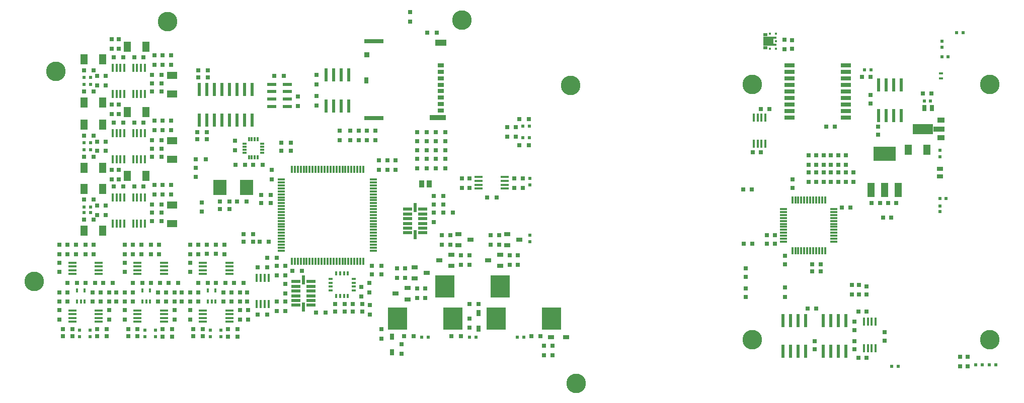
<source format=gbr>
G04 This is an RS-274x file exported by *
G04 gerbv version 2.5.0 *
G04 More information is available about gerbv at *
G04 http://gerbv.gpleda.org/ *
G04 --End of header info--*
%MOIN*%
%FSLAX23Y23*%
%IPPOS*%
G04 --Define apertures--*
%ADD10C,0.0039*%
%ADD11R,0.0472X0.0669*%
%ADD12R,0.0669X0.0472*%
%ADD13R,0.0197X0.0236*%
%ADD14R,0.0315X0.0315*%
%ADD15R,0.0236X0.0197*%
%ADD16R,0.0276X0.0394*%
%ADD17R,0.0394X0.0276*%
%ADD18R,0.0380X0.0500*%
%ADD19R,0.0551X0.0157*%
%ADD20R,0.0472X0.0118*%
%ADD21R,0.0118X0.0472*%
%ADD22R,0.0157X0.0315*%
%ADD23R,0.0608X0.0217*%
%ADD24R,0.0217X0.0608*%
%ADD25R,0.0591X0.0236*%
%ADD26R,0.0315X0.0118*%
%ADD27R,0.0118X0.0315*%
%ADD28R,0.0236X0.0866*%
%ADD29R,0.0157X0.0551*%
%ADD30R,0.1260X0.1457*%
%ADD31R,0.0394X0.0315*%
%ADD32R,0.0906X0.0984*%
%ADD33R,0.0433X0.0276*%
%ADD34R,0.0720X0.0449*%
%ADD35R,0.1102X0.0339*%
%ADD36R,0.1311X0.0276*%
%ADD37R,0.0366X0.0354*%
%ADD38R,0.0307X0.0413*%
%ADD39C,0.1299*%
%ADD40R,0.0315X0.0276*%
%ADD41R,0.0276X0.0315*%
%ADD42R,0.0236X0.0236*%
%ADD43R,0.0709X0.0276*%
%ADD44R,0.0709X0.0315*%
%ADD45R,0.0252X0.0402*%
%ADD46R,0.0402X0.0252*%
%ADD47R,0.0260X0.0142*%
%ADD48R,0.0512X0.0945*%
%ADD49R,0.1496X0.0945*%
%ADD50R,0.0748X0.0354*%
%ADD51R,0.0512X0.0354*%
%ADD52R,0.1378X0.0709*%
%ADD53R,0.0118X0.0118*%
%ADD54R,0.0236X0.0138*%
%ADD55R,0.0669X0.0630*%
%ADD56R,0.0138X0.0236*%
G04 --Start main section--*
G54D11*
G01X00496Y-0425D03*
G01X00618Y-0425D03*
G01X00906Y-0339D03*
G01X00783Y-0339D03*
G54D12*
G01X01079Y-0654D03*
G01X01079Y-0531D03*
G54D11*
G01X00496Y-0709D03*
G01X00618Y-0709D03*
G01X00496Y-0858D03*
G01X00618Y-0858D03*
G01X00906Y-0772D03*
G01X00783Y-0772D03*
G54D12*
G01X01079Y-1087D03*
G01X01079Y-0965D03*
G54D11*
G01X00496Y-1142D03*
G01X00618Y-1142D03*
G01X00496Y-1283D03*
G01X00618Y-1283D03*
G01X00906Y-1197D03*
G01X00783Y-1197D03*
G54D12*
G01X01079Y-1512D03*
G01X01079Y-1390D03*
G54D11*
G01X00496Y-1559D03*
G01X00618Y-1559D03*
G54D13*
G01X03449Y-1591D03*
G01X03449Y-1634D03*
G01X03449Y-1213D03*
G01X03449Y-1256D03*
G01X00465Y-2220D03*
G01X00465Y-2264D03*
G01X00535Y-2220D03*
G01X00535Y-2264D03*
G01X00898Y-2220D03*
G01X00898Y-2264D03*
G01X00969Y-2220D03*
G01X00969Y-2264D03*
G01X01331Y-2220D03*
G01X01331Y-2264D03*
G01X01402Y-2220D03*
G01X01402Y-2264D03*
G54D14*
G01X02825Y-1146D03*
G01X02890Y-1146D03*
G01X02825Y-1085D03*
G01X02890Y-1085D03*
G01X02825Y-1026D03*
G01X02890Y-1026D03*
G01X02825Y-0967D03*
G01X02890Y-0967D03*
G01X02825Y-0907D03*
G01X02890Y-0907D03*
G54D15*
G01X03402Y-0866D03*
G01X03445Y-0866D03*
G01X03402Y-0945D03*
G01X03445Y-0945D03*
G54D16*
G01X02535Y-2264D03*
G01X02535Y-2366D03*
G54D15*
G01X02732Y-2268D03*
G01X02776Y-2268D03*
G54D16*
G01X03110Y-2209D03*
G01X03110Y-2106D03*
G54D15*
G01X03047Y-2268D03*
G01X03091Y-2268D03*
G54D17*
G01X03587Y-2268D03*
G01X03689Y-2268D03*
G54D15*
G01X03409Y-2268D03*
G01X03366Y-2268D03*
G01X00496Y-0543D03*
G01X00539Y-0543D03*
G01X00496Y-0591D03*
G01X00539Y-0591D03*
G01X00496Y-0976D03*
G01X00539Y-0976D03*
G01X00496Y-1024D03*
G01X00539Y-1024D03*
G01X00496Y-1402D03*
G01X00539Y-1402D03*
G01X00496Y-1441D03*
G01X00539Y-1441D03*
G54D18*
G01X02781Y-1250D03*
G01X02731Y-1250D03*
G54D19*
G01X03110Y-1205D03*
G01X03110Y-1230D03*
G01X03110Y-1256D03*
G01X03110Y-1281D03*
G01X03283Y-1281D03*
G01X03283Y-1256D03*
G01X03283Y-1230D03*
G01X03283Y-1205D03*
G54D20*
G01X01803Y-1220D03*
G01X01803Y-1240D03*
G01X01803Y-1260D03*
G01X01803Y-1280D03*
G01X01803Y-1299D03*
G01X01803Y-1319D03*
G01X01803Y-1339D03*
G01X01803Y-1358D03*
G01X01803Y-1378D03*
G01X01803Y-1398D03*
G01X01803Y-1417D03*
G01X01803Y-1437D03*
G01X01803Y-1457D03*
G01X01803Y-1476D03*
G01X01803Y-1496D03*
G01X01803Y-1516D03*
G01X01803Y-1535D03*
G01X01803Y-1555D03*
G01X01803Y-1575D03*
G01X01803Y-1594D03*
G01X01803Y-1614D03*
G01X01803Y-1634D03*
G01X01803Y-1654D03*
G01X01803Y-1673D03*
G01X01803Y-1693D03*
G54D21*
G01X01872Y-1762D03*
G01X01892Y-1762D03*
G01X01911Y-1762D03*
G01X01931Y-1762D03*
G01X01951Y-1762D03*
G01X01970Y-1762D03*
G01X01990Y-1762D03*
G01X02010Y-1762D03*
G01X02030Y-1762D03*
G01X02049Y-1762D03*
G01X02069Y-1762D03*
G01X02089Y-1762D03*
G01X02108Y-1762D03*
G01X02128Y-1762D03*
G01X02148Y-1762D03*
G01X02167Y-1762D03*
G01X02187Y-1762D03*
G01X02207Y-1762D03*
G01X02226Y-1762D03*
G01X02246Y-1762D03*
G01X02266Y-1762D03*
G01X02285Y-1762D03*
G01X02305Y-1762D03*
G01X02325Y-1762D03*
G01X02344Y-1762D03*
G54D20*
G01X02413Y-1693D03*
G01X02413Y-1673D03*
G01X02413Y-1654D03*
G01X02413Y-1634D03*
G01X02413Y-1614D03*
G01X02413Y-1594D03*
G01X02413Y-1575D03*
G01X02413Y-1555D03*
G01X02413Y-1535D03*
G01X02413Y-1516D03*
G01X02413Y-1496D03*
G01X02413Y-1476D03*
G01X02413Y-1457D03*
G01X02413Y-1437D03*
G01X02413Y-1417D03*
G01X02413Y-1398D03*
G01X02413Y-1378D03*
G01X02413Y-1358D03*
G01X02413Y-1339D03*
G01X02413Y-1319D03*
G01X02413Y-1299D03*
G01X02413Y-1280D03*
G01X02413Y-1260D03*
G01X02413Y-1240D03*
G01X02413Y-1220D03*
G54D21*
G01X02344Y-1152D03*
G01X02325Y-1152D03*
G01X02305Y-1152D03*
G01X02285Y-1152D03*
G01X02266Y-1152D03*
G01X02246Y-1152D03*
G01X02226Y-1152D03*
G01X02207Y-1152D03*
G01X02187Y-1152D03*
G01X02167Y-1152D03*
G01X02148Y-1152D03*
G01X02128Y-1152D03*
G01X02108Y-1152D03*
G01X02089Y-1152D03*
G01X02069Y-1152D03*
G01X02049Y-1152D03*
G01X02030Y-1152D03*
G01X02010Y-1152D03*
G01X01990Y-1152D03*
G01X01970Y-1152D03*
G01X01951Y-1152D03*
G01X01931Y-1152D03*
G01X01911Y-1152D03*
G01X01892Y-1152D03*
G01X01872Y-1152D03*
G54D19*
G01X00591Y-2165D03*
G01X00591Y-2140D03*
G01X00591Y-2114D03*
G01X00591Y-2089D03*
G01X00417Y-2089D03*
G01X00417Y-2114D03*
G01X00417Y-2140D03*
G01X00417Y-2165D03*
G01X00417Y-1772D03*
G01X00417Y-1797D03*
G01X00417Y-1823D03*
G01X00417Y-1848D03*
G01X00591Y-1848D03*
G01X00591Y-1823D03*
G01X00591Y-1797D03*
G01X00591Y-1772D03*
G54D22*
G01X00449Y-2031D03*
G01X00474Y-2031D03*
G01X00500Y-2031D03*
G01X00449Y-1957D03*
G01X00500Y-1957D03*
G54D19*
G01X01024Y-2165D03*
G01X01024Y-2140D03*
G01X01024Y-2114D03*
G01X01024Y-2089D03*
G01X00850Y-2089D03*
G01X00850Y-2114D03*
G01X00850Y-2140D03*
G01X00850Y-2165D03*
G01X00850Y-1772D03*
G01X00850Y-1797D03*
G01X00850Y-1823D03*
G01X00850Y-1848D03*
G01X01024Y-1848D03*
G01X01024Y-1823D03*
G01X01024Y-1797D03*
G01X01024Y-1772D03*
G54D22*
G01X00882Y-2031D03*
G01X00907Y-2031D03*
G01X00933Y-2031D03*
G01X00882Y-1957D03*
G01X00933Y-1957D03*
G54D19*
G01X01457Y-2165D03*
G01X01457Y-2140D03*
G01X01457Y-2114D03*
G01X01457Y-2089D03*
G01X01283Y-2089D03*
G01X01283Y-2114D03*
G01X01283Y-2140D03*
G01X01283Y-2165D03*
G01X01283Y-1772D03*
G01X01283Y-1797D03*
G01X01283Y-1823D03*
G01X01283Y-1848D03*
G01X01457Y-1848D03*
G01X01457Y-1823D03*
G01X01457Y-1797D03*
G01X01457Y-1772D03*
G54D22*
G01X01315Y-2031D03*
G01X01341Y-2031D03*
G01X01366Y-2031D03*
G01X01315Y-1957D03*
G01X01366Y-1957D03*
G54D23*
G01X01898Y-1898D03*
G01X01898Y-1929D03*
G01X01898Y-1961D03*
G01X01898Y-1992D03*
G01X01898Y-2024D03*
G01X01898Y-2055D03*
G01X02000Y-2055D03*
G01X02000Y-2024D03*
G01X02000Y-1992D03*
G01X02000Y-1961D03*
G01X02000Y-1929D03*
G01X02000Y-1898D03*
G54D24*
G01X01949Y-1886D03*
G01X01949Y-2067D03*
G54D23*
G01X02740Y-1575D03*
G01X02740Y-1543D03*
G01X02740Y-1512D03*
G01X02740Y-1480D03*
G01X02740Y-1449D03*
G01X02740Y-1417D03*
G01X02638Y-1417D03*
G01X02638Y-1449D03*
G01X02638Y-1480D03*
G01X02638Y-1512D03*
G01X02638Y-1543D03*
G01X02638Y-1575D03*
G54D24*
G01X02689Y-1587D03*
G01X02689Y-1406D03*
G54D25*
G01X01843Y-0736D03*
G01X01843Y-0687D03*
G01X01843Y-0638D03*
G01X01740Y-0638D03*
G01X01740Y-0687D03*
G01X01740Y-0736D03*
G01X01843Y-0589D03*
G01X01740Y-0589D03*
G54D26*
G01X02281Y-1957D03*
G01X02281Y-1931D03*
G01X02281Y-1906D03*
G01X02281Y-1880D03*
G54D27*
G01X02243Y-1842D03*
G01X02218Y-1842D03*
G01X02192Y-1842D03*
G01X02166Y-1842D03*
G54D26*
G01X02128Y-1880D03*
G01X02128Y-1906D03*
G01X02128Y-1931D03*
G01X02128Y-1957D03*
G54D27*
G01X02166Y-1995D03*
G01X02192Y-1995D03*
G01X02218Y-1995D03*
G01X02243Y-1995D03*
G54D28*
G01X01260Y-0827D03*
G01X01310Y-0827D03*
G01X01360Y-0827D03*
G01X01410Y-0827D03*
G01X01410Y-0622D03*
G01X01360Y-0622D03*
G01X01310Y-0622D03*
G01X01260Y-0622D03*
G01X01460Y-0827D03*
G01X01510Y-0827D03*
G01X01560Y-0827D03*
G01X01610Y-0827D03*
G01X01460Y-0622D03*
G01X01510Y-0622D03*
G01X01560Y-0622D03*
G01X01610Y-0622D03*
G01X02100Y-0732D03*
G01X02150Y-0732D03*
G01X02200Y-0732D03*
G01X02250Y-0732D03*
G01X02250Y-0527D03*
G01X02200Y-0527D03*
G01X02150Y-0527D03*
G01X02100Y-0527D03*
G54D29*
G01X00685Y-0654D03*
G01X00711Y-0654D03*
G01X00736Y-0654D03*
G01X00762Y-0654D03*
G01X00762Y-0480D03*
G01X00736Y-0480D03*
G01X00711Y-0480D03*
G01X00685Y-0480D03*
G01X00898Y-0480D03*
G01X00872Y-0480D03*
G01X00846Y-0480D03*
G01X00821Y-0480D03*
G01X00821Y-0654D03*
G01X00846Y-0654D03*
G01X00872Y-0654D03*
G01X00898Y-0654D03*
G01X00685Y-1087D03*
G01X00711Y-1087D03*
G01X00736Y-1087D03*
G01X00762Y-1087D03*
G01X00762Y-0913D03*
G01X00736Y-0913D03*
G01X00711Y-0913D03*
G01X00685Y-0913D03*
G01X00898Y-0913D03*
G01X00872Y-0913D03*
G01X00846Y-0913D03*
G01X00821Y-0913D03*
G01X00821Y-1087D03*
G01X00846Y-1087D03*
G01X00872Y-1087D03*
G01X00898Y-1087D03*
G01X00685Y-1512D03*
G01X00711Y-1512D03*
G01X00736Y-1512D03*
G01X00762Y-1512D03*
G01X00762Y-1339D03*
G01X00736Y-1339D03*
G01X00711Y-1339D03*
G01X00685Y-1339D03*
G01X00898Y-1339D03*
G01X00872Y-1339D03*
G01X00846Y-1339D03*
G01X00821Y-1339D03*
G01X00821Y-1512D03*
G01X00846Y-1512D03*
G01X00872Y-1512D03*
G01X00898Y-1512D03*
G54D14*
G01X01772Y-1858D03*
G01X01772Y-1795D03*
G01X01827Y-1795D03*
G01X01827Y-1858D03*
G01X02370Y-0898D03*
G01X02370Y-0961D03*
G01X02425Y-0898D03*
G01X02425Y-0961D03*
G01X02315Y-0898D03*
G01X02315Y-0961D03*
G01X02260Y-0898D03*
G01X02260Y-0961D03*
G01X02189Y-0898D03*
G01X02189Y-0961D03*
G01X01394Y-1417D03*
G01X01457Y-1417D03*
G01X00646Y-2260D03*
G01X00583Y-2260D03*
G01X00606Y-1969D03*
G01X00606Y-2031D03*
G01X00661Y-2150D03*
G01X00661Y-2087D03*
G01X00331Y-2087D03*
G01X00331Y-2150D03*
G01X00386Y-1969D03*
G01X00386Y-2031D03*
G01X00331Y-1772D03*
G01X00331Y-1835D03*
G01X00386Y-1654D03*
G01X00386Y-1717D03*
G01X00551Y-2031D03*
G01X00551Y-1969D03*
G01X01079Y-2264D03*
G01X01016Y-2264D03*
G01X01039Y-1969D03*
G01X01039Y-2031D03*
G01X01094Y-2150D03*
G01X01094Y-2087D03*
G01X00764Y-2087D03*
G01X00764Y-2150D03*
G01X00819Y-1969D03*
G01X00819Y-2031D03*
G01X00764Y-1772D03*
G01X00764Y-1835D03*
G01X00819Y-1654D03*
G01X00819Y-1717D03*
G01X00984Y-2031D03*
G01X00984Y-1969D03*
G01X01512Y-2264D03*
G01X01449Y-2264D03*
G01X01472Y-1969D03*
G01X01472Y-2031D03*
G01X01528Y-2150D03*
G01X01528Y-2087D03*
G01X01197Y-2087D03*
G01X01197Y-2150D03*
G01X01252Y-1969D03*
G01X01252Y-2031D03*
G01X01197Y-1772D03*
G01X01197Y-1835D03*
G01X01252Y-1654D03*
G01X01252Y-1717D03*
G01X01417Y-2031D03*
G01X01417Y-1969D03*
G01X02094Y-2102D03*
G01X02031Y-2102D03*
G01X02874Y-1331D03*
G01X02811Y-1331D03*
G01X02386Y-1969D03*
G01X02386Y-1906D03*
G01X01866Y-1031D03*
G01X01803Y-1031D03*
G01X02333Y-1996D03*
G01X02333Y-1933D03*
G01X01866Y-0976D03*
G01X01803Y-0976D03*
G01X01817Y-0533D03*
G01X01754Y-0533D03*
G01X02390Y-2053D03*
G01X02390Y-2116D03*
G01X02766Y-1146D03*
G01X02703Y-1146D03*
G01X02766Y-1085D03*
G01X02703Y-1085D03*
G01X02766Y-1026D03*
G01X02703Y-1026D03*
G01X02766Y-0967D03*
G01X02703Y-0967D03*
G01X02766Y-0907D03*
G01X02703Y-0907D03*
G01X03354Y-0874D03*
G01X03354Y-0937D03*
G01X03299Y-0874D03*
G01X03299Y-0937D03*
G01X02701Y-2008D03*
G01X02701Y-1945D03*
G01X02567Y-1811D03*
G01X02567Y-1874D03*
G01X02756Y-2008D03*
G01X02756Y-1945D03*
G01X02622Y-1811D03*
G01X02622Y-1874D03*
G54D30*
G01X02937Y-2142D03*
G01X02571Y-2142D03*
G54D14*
G01X02677Y-2260D03*
G01X02614Y-2260D03*
G01X02598Y-2315D03*
G01X02598Y-2378D03*
G01X02992Y-1787D03*
G01X02992Y-1724D03*
G01X02866Y-1591D03*
G01X02866Y-1654D03*
G01X03047Y-1787D03*
G01X03047Y-1724D03*
G01X02921Y-1591D03*
G01X02921Y-1654D03*
G54D30*
G01X03252Y-1929D03*
G01X02886Y-1929D03*
G54D14*
G01X02992Y-2260D03*
G01X02929Y-2260D03*
G01X03047Y-2205D03*
G01X03047Y-2142D03*
G01X03315Y-1787D03*
G01X03315Y-1724D03*
G01X03189Y-1591D03*
G01X03189Y-1654D03*
G01X03370Y-1787D03*
G01X03370Y-1724D03*
G01X03244Y-1591D03*
G01X03244Y-1654D03*
G54D30*
G01X03591Y-2142D03*
G01X03224Y-2142D03*
G54D14*
G01X03457Y-2260D03*
G01X03520Y-2260D03*
G01X03543Y-2323D03*
G01X03543Y-2386D03*
G01X00559Y-0496D03*
G01X00496Y-0496D03*
G01X00756Y-0409D03*
G01X00693Y-0409D03*
G01X00890Y-0409D03*
G01X00827Y-0409D03*
G01X01008Y-0528D03*
G01X00945Y-0528D03*
G01X00945Y-0583D03*
G01X01008Y-0583D03*
G01X00559Y-0638D03*
G01X00496Y-0638D03*
G01X00638Y-0598D03*
G01X00638Y-0535D03*
G01X00559Y-0929D03*
G01X00496Y-0929D03*
G01X00756Y-0843D03*
G01X00693Y-0843D03*
G01X00890Y-0843D03*
G01X00827Y-0843D03*
G01X01008Y-0961D03*
G01X00945Y-0961D03*
G01X00945Y-1016D03*
G01X01008Y-1016D03*
G01X00559Y-1071D03*
G01X00496Y-1071D03*
G01X00638Y-1031D03*
G01X00638Y-0969D03*
G01X00559Y-1354D03*
G01X00496Y-1354D03*
G01X00756Y-1268D03*
G01X00693Y-1268D03*
G01X00890Y-1268D03*
G01X00827Y-1268D03*
G01X01008Y-1386D03*
G01X00945Y-1386D03*
G01X00945Y-1441D03*
G01X01008Y-1441D03*
G01X00559Y-1488D03*
G01X00496Y-1488D03*
G01X00638Y-1457D03*
G01X00638Y-1394D03*
G54D27*
G01X01646Y-0955D03*
G01X01626Y-0955D03*
G01X01606Y-0955D03*
G01X01587Y-0955D03*
G54D26*
G01X01557Y-0984D03*
G01X01557Y-1004D03*
G01X01557Y-1024D03*
G01X01557Y-1043D03*
G54D27*
G01X01587Y-1073D03*
G01X01606Y-1073D03*
G01X01626Y-1073D03*
G01X01646Y-1073D03*
G54D26*
G01X01675Y-1043D03*
G01X01675Y-1024D03*
G01X01675Y-1004D03*
G01X01675Y-0984D03*
G54D14*
G01X00945Y-1496D03*
G01X01008Y-1496D03*
G01X00961Y-1256D03*
G01X00961Y-1319D03*
G01X00583Y-1394D03*
G01X00583Y-1457D03*
G01X01071Y-1319D03*
G01X01071Y-1256D03*
G01X01016Y-1319D03*
G01X01016Y-1256D03*
G01X00677Y-1220D03*
G01X00677Y-1157D03*
G01X00724Y-1220D03*
G01X00724Y-1157D03*
G01X00945Y-1071D03*
G01X01008Y-1071D03*
G01X00961Y-0831D03*
G01X00961Y-0894D03*
G01X00583Y-0969D03*
G01X00583Y-1031D03*
G01X01071Y-0894D03*
G01X01071Y-0831D03*
G01X01016Y-0894D03*
G01X01016Y-0831D03*
G01X00677Y-0787D03*
G01X00677Y-0724D03*
G01X00724Y-0787D03*
G01X00724Y-0724D03*
G01X00945Y-0638D03*
G01X01008Y-0638D03*
G01X00961Y-0398D03*
G01X00961Y-0461D03*
G01X00583Y-0535D03*
G01X00583Y-0598D03*
G01X01071Y-0461D03*
G01X01071Y-0398D03*
G01X01016Y-0461D03*
G01X01016Y-0398D03*
G01X00677Y-0354D03*
G01X00677Y-0291D03*
G01X00724Y-0354D03*
G01X00724Y-0291D03*
G01X03598Y-2386D03*
G01X03598Y-2323D03*
G01X03047Y-2047D03*
G01X03110Y-2047D03*
G01X02465Y-2276D03*
G01X02465Y-2213D03*
G01X02035Y-0591D03*
G01X02035Y-0528D03*
G01X03441Y-0992D03*
G01X03378Y-0992D03*
G01X02035Y-0667D03*
G01X02035Y-0730D03*
G01X03378Y-0819D03*
G01X03441Y-0819D03*
G01X01252Y-0543D03*
G01X01315Y-0543D03*
G01X01307Y-0906D03*
G01X01244Y-0906D03*
G01X01252Y-0496D03*
G01X01315Y-0496D03*
G01X01307Y-0953D03*
G01X01244Y-0953D03*
G01X01677Y-1122D03*
G01X01614Y-1122D03*
G01X02337Y-2047D03*
G01X02274Y-2047D03*
G01X01500Y-1122D03*
G01X01563Y-1122D03*
G01X02337Y-2098D03*
G01X02274Y-2098D03*
G01X02222Y-2047D03*
G01X02159Y-2047D03*
G01X02222Y-2098D03*
G01X02159Y-2098D03*
G01X01496Y-0965D03*
G01X01496Y-1028D03*
G01X01911Y-0732D03*
G01X01911Y-0669D03*
G01X02874Y-1441D03*
G01X02937Y-1441D03*
G01X02811Y-1386D03*
G01X02874Y-1386D03*
G01X02811Y-1504D03*
G01X02811Y-1441D03*
G01X01772Y-2094D03*
G01X01772Y-2031D03*
G01X01827Y-2094D03*
G01X01827Y-2031D03*
G01X01827Y-1913D03*
G01X01827Y-1976D03*
G01X01370Y-1713D03*
G01X01307Y-1713D03*
G01X01425Y-1717D03*
G01X01425Y-1654D03*
G01X01433Y-1906D03*
G01X01370Y-1906D03*
G01X01220Y-2213D03*
G01X01283Y-2213D03*
G01X01528Y-2031D03*
G01X01528Y-1969D03*
G01X01307Y-1654D03*
G01X01370Y-1654D03*
G01X01252Y-1906D03*
G01X01315Y-1906D03*
G01X01488Y-1906D03*
G01X01551Y-1906D03*
G01X01283Y-2260D03*
G01X01220Y-2260D03*
G01X01575Y-1969D03*
G01X01575Y-2031D03*
G01X01197Y-1654D03*
G01X01197Y-1717D03*
G01X01197Y-1969D03*
G01X01197Y-2031D03*
G01X01512Y-2213D03*
G01X01449Y-2213D03*
G01X00937Y-1717D03*
G01X00874Y-1717D03*
G01X00992Y-1717D03*
G01X00992Y-1654D03*
G01X01000Y-1906D03*
G01X00937Y-1906D03*
G01X00787Y-2213D03*
G01X00850Y-2213D03*
G01X01094Y-2031D03*
G01X01094Y-1969D03*
G01X00874Y-1654D03*
G01X00937Y-1654D03*
G01X00819Y-1906D03*
G01X00882Y-1906D03*
G01X01055Y-1906D03*
G01X01118Y-1906D03*
G01X00850Y-2260D03*
G01X00787Y-2260D03*
G01X01142Y-1969D03*
G01X01142Y-2031D03*
G01X00764Y-1654D03*
G01X00764Y-1717D03*
G01X00764Y-1969D03*
G01X00764Y-2031D03*
G01X01079Y-2213D03*
G01X01016Y-2213D03*
G01X00504Y-1717D03*
G01X00441Y-1717D03*
G01X00559Y-1717D03*
G01X00559Y-1654D03*
G01X00567Y-1906D03*
G01X00504Y-1906D03*
G01X00354Y-2213D03*
G01X00417Y-2213D03*
G01X00661Y-2031D03*
G01X00661Y-1969D03*
G01X00441Y-1654D03*
G01X00504Y-1654D03*
G01X00386Y-1906D03*
G01X00449Y-1906D03*
G01X00622Y-1906D03*
G01X00685Y-1906D03*
G01X00417Y-2260D03*
G01X00354Y-2260D03*
G01X00709Y-1969D03*
G01X00709Y-2031D03*
G01X00331Y-1654D03*
G01X00331Y-1717D03*
G01X00331Y-1969D03*
G01X00331Y-2031D03*
G01X00646Y-2213D03*
G01X00583Y-2213D03*
G01X01394Y-1366D03*
G01X01457Y-1366D03*
G01X01276Y-1372D03*
G01X01276Y-1435D03*
G01X01571Y-1366D03*
G01X01508Y-1366D03*
G01X02559Y-1157D03*
G01X02559Y-1094D03*
G01X02402Y-1850D03*
G01X02465Y-1850D03*
G01X01720Y-1634D03*
G01X01657Y-1634D03*
G01X01614Y-1634D03*
G01X01551Y-1634D03*
G01X01740Y-1157D03*
G01X01740Y-1220D03*
G01X01937Y-1827D03*
G01X01874Y-1827D03*
G01X02402Y-1795D03*
G01X02465Y-1795D03*
G01X01614Y-1583D03*
G01X01551Y-1583D03*
G01X01732Y-1323D03*
G01X01669Y-1323D03*
G01X01732Y-1378D03*
G01X01669Y-1378D03*
G01X02447Y-1157D03*
G01X02447Y-1094D03*
G01X02504Y-1157D03*
G01X02504Y-1094D03*
G01X02768Y-0248D03*
G01X02831Y-0248D03*
G01X03000Y-1213D03*
G01X03000Y-1276D03*
G01X03047Y-1213D03*
G01X03047Y-1276D03*
G01X03165Y-1339D03*
G01X03228Y-1339D03*
G01X03346Y-1213D03*
G01X03346Y-1276D03*
G01X02654Y-0110D03*
G01X02654Y-0173D03*
G01X03402Y-1213D03*
G01X03402Y-1276D03*
G01X01709Y-1740D03*
G01X01772Y-1740D03*
G54D31*
G01X02638Y-2016D03*
G01X02638Y-1941D03*
G01X02559Y-1978D03*
G01X02685Y-1803D03*
G01X02685Y-1878D03*
G01X02764Y-1841D03*
G01X02929Y-1795D03*
G01X02929Y-1720D03*
G01X02850Y-1758D03*
G01X02976Y-1583D03*
G01X02976Y-1657D03*
G01X03055Y-1620D03*
G01X03252Y-1795D03*
G01X03252Y-1720D03*
G01X03173Y-1758D03*
G01X03299Y-1583D03*
G01X03299Y-1657D03*
G01X03378Y-1620D03*
G54D14*
G01X01709Y-2118D03*
G01X01646Y-2118D03*
G01X01583Y-2150D03*
G01X01583Y-2087D03*
G01X01646Y-1803D03*
G01X01709Y-1803D03*
G54D29*
G01X01717Y-1874D03*
G01X01691Y-1874D03*
G01X01665Y-1874D03*
G01X01640Y-1874D03*
G01X01640Y-2047D03*
G01X01665Y-2047D03*
G01X01691Y-2047D03*
G01X01717Y-2047D03*
G54D32*
G01X01571Y-1272D03*
G01X01394Y-1272D03*
G54D33*
G01X02858Y-0465D03*
G01X02858Y-0508D03*
G01X02858Y-0551D03*
G01X02858Y-0594D03*
G01X02858Y-0634D03*
G01X02858Y-0677D03*
G01X02858Y-0720D03*
G01X02858Y-0764D03*
G54D34*
G01X02858Y-0312D03*
G54D35*
G01X02839Y-0810D03*
G54D36*
G01X02415Y-0813D03*
G01X02415Y-0303D03*
G54D37*
G01X02368Y-0394D03*
G54D38*
G01X02365Y-0562D03*
G54D14*
G01X01236Y-1087D03*
G01X01301Y-1087D03*
G01X01236Y-1142D03*
G01X01236Y-1205D03*
G54D39*
G01X00307Y-0504D03*
G01X03717Y-0598D03*
G01X03756Y-2575D03*
G01X03000Y-0165D03*
G01X01047Y-0173D03*
G01X00165Y-1898D03*
G01X04724Y00000D02*
G54D40*
G01X05335Y-2293D03*
G01X05335Y-2348D03*
G01X05600Y-2293D03*
G01X05600Y-2348D03*
G01X05705Y-0717D03*
G01X05705Y-0661D03*
G54D41*
G01X05650Y-0541D03*
G01X05705Y-0541D03*
G01X05344Y-2077D03*
G01X05289Y-2077D03*
G54D40*
G01X05600Y-2165D03*
G01X05600Y-2220D03*
G54D41*
G01X05679Y-2402D03*
G01X05624Y-2402D03*
G01X05679Y-2096D03*
G01X05624Y-2096D03*
G01X05876Y-1378D03*
G01X05821Y-1378D03*
G01X05768Y-1378D03*
G01X05713Y-1378D03*
G54D40*
G01X05756Y-0870D03*
G01X05756Y-0925D03*
G01X05797Y-2234D03*
G01X05797Y-2289D03*
G01X05679Y-1929D03*
G01X05679Y-1984D03*
G54D41*
G01X04917Y-1287D03*
G01X04862Y-1287D03*
G01X05787Y-1472D03*
G01X05843Y-1472D03*
G54D42*
G01X06063Y-0699D03*
G01X06102Y-0699D03*
G54D41*
G01X06053Y-0650D03*
G01X06108Y-0650D03*
G54D11*
G01X05955Y-1024D03*
G01X06077Y-1024D03*
G54D42*
G01X06164Y-1396D03*
G01X06164Y-1435D03*
G01X06177Y-0344D03*
G01X06177Y-0305D03*
G01X06205Y-1346D03*
G01X06165Y-1346D03*
G01X06217Y-0407D03*
G01X06177Y-0407D03*
G54D40*
G01X05020Y-1646D03*
G01X05020Y-1591D03*
G01X05138Y-1728D03*
G01X05138Y-1783D03*
G01X05071Y-1646D03*
G01X05071Y-1591D03*
G54D41*
G01X05516Y-1406D03*
G01X05571Y-1406D03*
G54D40*
G01X05189Y-1276D03*
G01X05189Y-1220D03*
G54D41*
G01X05374Y-1831D03*
G01X05319Y-1831D03*
G01X05374Y-1783D03*
G01X05319Y-1783D03*
G01X05413Y-0870D03*
G01X05469Y-0870D03*
G54D40*
G01X05185Y-0352D03*
G01X05185Y-0297D03*
G54D41*
G01X05035Y-0752D03*
G01X04980Y-0752D03*
G01X04980Y-1039D03*
G01X04925Y-1039D03*
G01X04921Y-1646D03*
G01X04866Y-1646D03*
G54D40*
G01X04878Y-1811D03*
G01X04878Y-1866D03*
G01X04878Y-2000D03*
G01X04878Y-1945D03*
G54D14*
G01X05492Y-1124D03*
G01X05492Y-1059D03*
G01X05541Y-1124D03*
G01X05541Y-1059D03*
G01X05443Y-1124D03*
G01X05443Y-1059D03*
G01X05346Y-1124D03*
G01X05346Y-1059D03*
G01X05394Y-1124D03*
G01X05394Y-1059D03*
G01X05295Y-1124D03*
G01X05295Y-1059D03*
G54D29*
G01X05738Y-2165D03*
G01X05713Y-2165D03*
G01X05687Y-2165D03*
G01X05661Y-2165D03*
G01X05661Y-2339D03*
G01X05687Y-2339D03*
G01X05713Y-2339D03*
G01X05738Y-2339D03*
G54D28*
G01X05541Y-2156D03*
G01X05491Y-2156D03*
G01X05441Y-2156D03*
G01X05391Y-2156D03*
G01X05391Y-2361D03*
G01X05441Y-2361D03*
G01X05491Y-2361D03*
G01X05541Y-2361D03*
G01X05276Y-2156D03*
G01X05226Y-2156D03*
G01X05176Y-2156D03*
G01X05126Y-2156D03*
G01X05126Y-2361D03*
G01X05176Y-2361D03*
G01X05226Y-2361D03*
G01X05276Y-2361D03*
G01X05758Y-0797D03*
G01X05808Y-0797D03*
G01X05858Y-0797D03*
G01X05908Y-0797D03*
G01X05908Y-0592D03*
G01X05858Y-0592D03*
G01X05808Y-0592D03*
G01X05758Y-0592D03*
G54D43*
G01X05167Y-0463D03*
G54D44*
G01X05167Y-0506D03*
G01X05167Y-0549D03*
G01X05167Y-0593D03*
G01X05167Y-0636D03*
G01X05167Y-0679D03*
G01X05167Y-0722D03*
G01X05167Y-0766D03*
G54D43*
G01X05167Y-0809D03*
G01X05541Y-0463D03*
G01X05541Y-0809D03*
G54D44*
G01X05541Y-0506D03*
G01X05541Y-0549D03*
G01X05541Y-0593D03*
G01X05541Y-0636D03*
G01X05541Y-0679D03*
G01X05541Y-0722D03*
G01X05541Y-0766D03*
G54D21*
G01X05187Y-1693D03*
G01X05207Y-1693D03*
G01X05226Y-1693D03*
G01X05246Y-1693D03*
G01X05266Y-1693D03*
G01X05285Y-1693D03*
G01X05305Y-1693D03*
G01X05325Y-1693D03*
G01X05344Y-1693D03*
G01X05364Y-1693D03*
G01X05384Y-1693D03*
G01X05404Y-1693D03*
G54D20*
G01X05463Y-1634D03*
G01X05463Y-1614D03*
G01X05463Y-1594D03*
G01X05463Y-1575D03*
G01X05463Y-1555D03*
G01X05463Y-1535D03*
G01X05463Y-1516D03*
G01X05463Y-1496D03*
G01X05463Y-1476D03*
G01X05463Y-1457D03*
G01X05463Y-1437D03*
G01X05463Y-1417D03*
G54D21*
G01X05404Y-1358D03*
G01X05384Y-1358D03*
G01X05364Y-1358D03*
G01X05344Y-1358D03*
G01X05325Y-1358D03*
G01X05305Y-1358D03*
G01X05285Y-1358D03*
G01X05266Y-1358D03*
G01X05246Y-1358D03*
G01X05226Y-1358D03*
G01X05207Y-1358D03*
G01X05187Y-1358D03*
G54D20*
G01X05128Y-1417D03*
G01X05128Y-1437D03*
G01X05128Y-1457D03*
G01X05128Y-1476D03*
G01X05128Y-1496D03*
G01X05128Y-1516D03*
G01X05128Y-1535D03*
G01X05128Y-1555D03*
G01X05128Y-1575D03*
G01X05128Y-1594D03*
G01X05128Y-1614D03*
G01X05128Y-1634D03*
G54D29*
G01X05008Y-0811D03*
G01X04982Y-0811D03*
G01X04957Y-0811D03*
G01X04931Y-0811D03*
G01X04931Y-0984D03*
G01X04957Y-0984D03*
G01X04982Y-0984D03*
G01X05008Y-0984D03*
G54D45*
G01X06112Y-0748D03*
G01X06062Y-0748D03*
G54D46*
G01X06165Y-1150D03*
G01X06165Y-1200D03*
G54D47*
G01X06172Y-0517D03*
G01X06172Y-0550D03*
G54D14*
G01X05581Y-1919D03*
G01X05581Y-1982D03*
G01X05630Y-1919D03*
G01X05630Y-1982D03*
G54D13*
G01X06165Y-1028D03*
G01X06165Y-1071D03*
G54D14*
G01X06348Y-2461D03*
G01X06348Y-2398D03*
G01X06299Y-2461D03*
G01X06299Y-2398D03*
G01X05134Y-0356D03*
G01X05134Y-0293D03*
G01X05541Y-1173D03*
G01X05541Y-1236D03*
G01X05492Y-1173D03*
G01X05492Y-1236D03*
G01X05591Y-1173D03*
G01X05591Y-1236D03*
G01X05443Y-1173D03*
G01X05443Y-1236D03*
G01X05346Y-1173D03*
G01X05346Y-1236D03*
G01X05394Y-1173D03*
G01X05394Y-1236D03*
G01X05295Y-1173D03*
G01X05295Y-1236D03*
G01X05138Y-2000D03*
G01X05138Y-1937D03*
G54D48*
G01X05797Y-1289D03*
G01X05707Y-1289D03*
G01X05888Y-1289D03*
G54D49*
G01X05797Y-1049D03*
G54D50*
G01X06159Y-0886D03*
G54D51*
G01X06171Y-0945D03*
G01X06171Y-0827D03*
G54D52*
G01X06053Y-0886D03*
G54D15*
G01X05709Y-0492D03*
G01X05665Y-0492D03*
G01X05846Y-2461D03*
G01X05890Y-2461D03*
G01X06319Y-0248D03*
G01X06276Y-0248D03*
G01X06445Y-2449D03*
G01X06402Y-2449D03*
G01X06492Y-2449D03*
G01X06535Y-2449D03*
G54D53*
G01X05079Y-0254D03*
G01X05079Y-0352D03*
G01X05079Y-0303D03*
G01X05039Y-0254D03*
G01X05039Y-0352D03*
G54D54*
G01X05073Y-0279D03*
G01X05073Y-0328D03*
G54D55*
G01X05028Y-0303D03*
G54D56*
G01X05001Y-0260D03*
G01X05001Y-0346D03*
G01X05015Y-0346D03*
G01X05015Y-0260D03*
G54D39*
G01X04921Y-2283D03*
G01X06496Y-0591D03*
G01X04921Y-0591D03*
G01X06496Y-2283D03*
M02*

</source>
